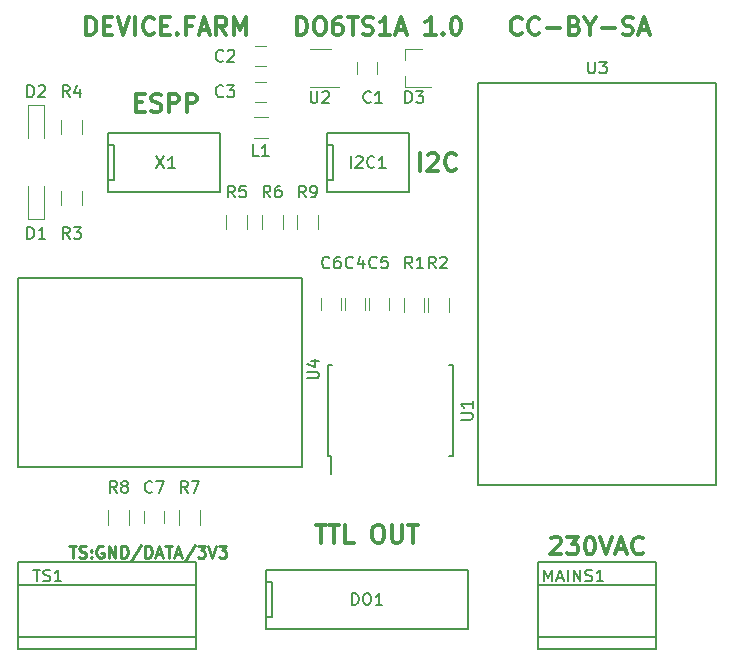
<source format=gbr>
G04 #@! TF.FileFunction,Legend,Top*
%FSLAX46Y46*%
G04 Gerber Fmt 4.6, Leading zero omitted, Abs format (unit mm)*
G04 Created by KiCad (PCBNEW 4.0.7-e2-6376~58~ubuntu16.04.1) date Sat Mar  3 01:45:26 2018*
%MOMM*%
%LPD*%
G01*
G04 APERTURE LIST*
%ADD10C,0.100000*%
%ADD11C,0.300000*%
%ADD12C,0.250000*%
%ADD13C,0.120000*%
%ADD14C,0.150000*%
G04 APERTURE END LIST*
D10*
D11*
X123107144Y-87035714D02*
X123035715Y-87107143D01*
X122821429Y-87178571D01*
X122678572Y-87178571D01*
X122464287Y-87107143D01*
X122321429Y-86964286D01*
X122250001Y-86821429D01*
X122178572Y-86535714D01*
X122178572Y-86321429D01*
X122250001Y-86035714D01*
X122321429Y-85892857D01*
X122464287Y-85750000D01*
X122678572Y-85678571D01*
X122821429Y-85678571D01*
X123035715Y-85750000D01*
X123107144Y-85821429D01*
X124607144Y-87035714D02*
X124535715Y-87107143D01*
X124321429Y-87178571D01*
X124178572Y-87178571D01*
X123964287Y-87107143D01*
X123821429Y-86964286D01*
X123750001Y-86821429D01*
X123678572Y-86535714D01*
X123678572Y-86321429D01*
X123750001Y-86035714D01*
X123821429Y-85892857D01*
X123964287Y-85750000D01*
X124178572Y-85678571D01*
X124321429Y-85678571D01*
X124535715Y-85750000D01*
X124607144Y-85821429D01*
X125250001Y-86607143D02*
X126392858Y-86607143D01*
X127607144Y-86392857D02*
X127821430Y-86464286D01*
X127892858Y-86535714D01*
X127964287Y-86678571D01*
X127964287Y-86892857D01*
X127892858Y-87035714D01*
X127821430Y-87107143D01*
X127678572Y-87178571D01*
X127107144Y-87178571D01*
X127107144Y-85678571D01*
X127607144Y-85678571D01*
X127750001Y-85750000D01*
X127821430Y-85821429D01*
X127892858Y-85964286D01*
X127892858Y-86107143D01*
X127821430Y-86250000D01*
X127750001Y-86321429D01*
X127607144Y-86392857D01*
X127107144Y-86392857D01*
X128892858Y-86464286D02*
X128892858Y-87178571D01*
X128392858Y-85678571D02*
X128892858Y-86464286D01*
X129392858Y-85678571D01*
X129892858Y-86607143D02*
X131035715Y-86607143D01*
X131678572Y-87107143D02*
X131892858Y-87178571D01*
X132250001Y-87178571D01*
X132392858Y-87107143D01*
X132464287Y-87035714D01*
X132535715Y-86892857D01*
X132535715Y-86750000D01*
X132464287Y-86607143D01*
X132392858Y-86535714D01*
X132250001Y-86464286D01*
X131964287Y-86392857D01*
X131821429Y-86321429D01*
X131750001Y-86250000D01*
X131678572Y-86107143D01*
X131678572Y-85964286D01*
X131750001Y-85821429D01*
X131821429Y-85750000D01*
X131964287Y-85678571D01*
X132321429Y-85678571D01*
X132535715Y-85750000D01*
X133107143Y-86750000D02*
X133821429Y-86750000D01*
X132964286Y-87178571D02*
X133464286Y-85678571D01*
X133964286Y-87178571D01*
X104107144Y-87178571D02*
X104107144Y-85678571D01*
X104464287Y-85678571D01*
X104678572Y-85750000D01*
X104821430Y-85892857D01*
X104892858Y-86035714D01*
X104964287Y-86321429D01*
X104964287Y-86535714D01*
X104892858Y-86821429D01*
X104821430Y-86964286D01*
X104678572Y-87107143D01*
X104464287Y-87178571D01*
X104107144Y-87178571D01*
X105892858Y-85678571D02*
X106178572Y-85678571D01*
X106321430Y-85750000D01*
X106464287Y-85892857D01*
X106535715Y-86178571D01*
X106535715Y-86678571D01*
X106464287Y-86964286D01*
X106321430Y-87107143D01*
X106178572Y-87178571D01*
X105892858Y-87178571D01*
X105750001Y-87107143D01*
X105607144Y-86964286D01*
X105535715Y-86678571D01*
X105535715Y-86178571D01*
X105607144Y-85892857D01*
X105750001Y-85750000D01*
X105892858Y-85678571D01*
X107821430Y-85678571D02*
X107535716Y-85678571D01*
X107392859Y-85750000D01*
X107321430Y-85821429D01*
X107178573Y-86035714D01*
X107107144Y-86321429D01*
X107107144Y-86892857D01*
X107178573Y-87035714D01*
X107250001Y-87107143D01*
X107392859Y-87178571D01*
X107678573Y-87178571D01*
X107821430Y-87107143D01*
X107892859Y-87035714D01*
X107964287Y-86892857D01*
X107964287Y-86535714D01*
X107892859Y-86392857D01*
X107821430Y-86321429D01*
X107678573Y-86250000D01*
X107392859Y-86250000D01*
X107250001Y-86321429D01*
X107178573Y-86392857D01*
X107107144Y-86535714D01*
X108392858Y-85678571D02*
X109250001Y-85678571D01*
X108821430Y-87178571D02*
X108821430Y-85678571D01*
X109678572Y-87107143D02*
X109892858Y-87178571D01*
X110250001Y-87178571D01*
X110392858Y-87107143D01*
X110464287Y-87035714D01*
X110535715Y-86892857D01*
X110535715Y-86750000D01*
X110464287Y-86607143D01*
X110392858Y-86535714D01*
X110250001Y-86464286D01*
X109964287Y-86392857D01*
X109821429Y-86321429D01*
X109750001Y-86250000D01*
X109678572Y-86107143D01*
X109678572Y-85964286D01*
X109750001Y-85821429D01*
X109821429Y-85750000D01*
X109964287Y-85678571D01*
X110321429Y-85678571D01*
X110535715Y-85750000D01*
X111964286Y-87178571D02*
X111107143Y-87178571D01*
X111535715Y-87178571D02*
X111535715Y-85678571D01*
X111392858Y-85892857D01*
X111250000Y-86035714D01*
X111107143Y-86107143D01*
X112535714Y-86750000D02*
X113250000Y-86750000D01*
X112392857Y-87178571D02*
X112892857Y-85678571D01*
X113392857Y-87178571D01*
X115821428Y-87178571D02*
X114964285Y-87178571D01*
X115392857Y-87178571D02*
X115392857Y-85678571D01*
X115250000Y-85892857D01*
X115107142Y-86035714D01*
X114964285Y-86107143D01*
X116464285Y-87035714D02*
X116535713Y-87107143D01*
X116464285Y-87178571D01*
X116392856Y-87107143D01*
X116464285Y-87035714D01*
X116464285Y-87178571D01*
X117464285Y-85678571D02*
X117607142Y-85678571D01*
X117749999Y-85750000D01*
X117821428Y-85821429D01*
X117892857Y-85964286D01*
X117964285Y-86250000D01*
X117964285Y-86607143D01*
X117892857Y-86892857D01*
X117821428Y-87035714D01*
X117749999Y-87107143D01*
X117607142Y-87178571D01*
X117464285Y-87178571D01*
X117321428Y-87107143D01*
X117249999Y-87035714D01*
X117178571Y-86892857D01*
X117107142Y-86607143D01*
X117107142Y-86250000D01*
X117178571Y-85964286D01*
X117249999Y-85821429D01*
X117321428Y-85750000D01*
X117464285Y-85678571D01*
X86250000Y-87178571D02*
X86250000Y-85678571D01*
X86607143Y-85678571D01*
X86821428Y-85750000D01*
X86964286Y-85892857D01*
X87035714Y-86035714D01*
X87107143Y-86321429D01*
X87107143Y-86535714D01*
X87035714Y-86821429D01*
X86964286Y-86964286D01*
X86821428Y-87107143D01*
X86607143Y-87178571D01*
X86250000Y-87178571D01*
X87750000Y-86392857D02*
X88250000Y-86392857D01*
X88464286Y-87178571D02*
X87750000Y-87178571D01*
X87750000Y-85678571D01*
X88464286Y-85678571D01*
X88892857Y-85678571D02*
X89392857Y-87178571D01*
X89892857Y-85678571D01*
X90392857Y-87178571D02*
X90392857Y-85678571D01*
X91964286Y-87035714D02*
X91892857Y-87107143D01*
X91678571Y-87178571D01*
X91535714Y-87178571D01*
X91321429Y-87107143D01*
X91178571Y-86964286D01*
X91107143Y-86821429D01*
X91035714Y-86535714D01*
X91035714Y-86321429D01*
X91107143Y-86035714D01*
X91178571Y-85892857D01*
X91321429Y-85750000D01*
X91535714Y-85678571D01*
X91678571Y-85678571D01*
X91892857Y-85750000D01*
X91964286Y-85821429D01*
X92607143Y-86392857D02*
X93107143Y-86392857D01*
X93321429Y-87178571D02*
X92607143Y-87178571D01*
X92607143Y-85678571D01*
X93321429Y-85678571D01*
X93964286Y-87035714D02*
X94035714Y-87107143D01*
X93964286Y-87178571D01*
X93892857Y-87107143D01*
X93964286Y-87035714D01*
X93964286Y-87178571D01*
X95178572Y-86392857D02*
X94678572Y-86392857D01*
X94678572Y-87178571D02*
X94678572Y-85678571D01*
X95392858Y-85678571D01*
X95892857Y-86750000D02*
X96607143Y-86750000D01*
X95750000Y-87178571D02*
X96250000Y-85678571D01*
X96750000Y-87178571D01*
X98107143Y-87178571D02*
X97607143Y-86464286D01*
X97250000Y-87178571D02*
X97250000Y-85678571D01*
X97821428Y-85678571D01*
X97964286Y-85750000D01*
X98035714Y-85821429D01*
X98107143Y-85964286D01*
X98107143Y-86178571D01*
X98035714Y-86321429D01*
X97964286Y-86392857D01*
X97821428Y-86464286D01*
X97250000Y-86464286D01*
X98750000Y-87178571D02*
X98750000Y-85678571D01*
X99250000Y-86750000D01*
X99750000Y-85678571D01*
X99750000Y-87178571D01*
X105678571Y-128678571D02*
X106535714Y-128678571D01*
X106107143Y-130178571D02*
X106107143Y-128678571D01*
X106821428Y-128678571D02*
X107678571Y-128678571D01*
X107250000Y-130178571D02*
X107250000Y-128678571D01*
X108892857Y-130178571D02*
X108178571Y-130178571D01*
X108178571Y-128678571D01*
X110821428Y-128678571D02*
X111107142Y-128678571D01*
X111250000Y-128750000D01*
X111392857Y-128892857D01*
X111464285Y-129178571D01*
X111464285Y-129678571D01*
X111392857Y-129964286D01*
X111250000Y-130107143D01*
X111107142Y-130178571D01*
X110821428Y-130178571D01*
X110678571Y-130107143D01*
X110535714Y-129964286D01*
X110464285Y-129678571D01*
X110464285Y-129178571D01*
X110535714Y-128892857D01*
X110678571Y-128750000D01*
X110821428Y-128678571D01*
X112107143Y-128678571D02*
X112107143Y-129892857D01*
X112178571Y-130035714D01*
X112250000Y-130107143D01*
X112392857Y-130178571D01*
X112678571Y-130178571D01*
X112821429Y-130107143D01*
X112892857Y-130035714D01*
X112964286Y-129892857D01*
X112964286Y-128678571D01*
X113464286Y-128678571D02*
X114321429Y-128678571D01*
X113892858Y-130178571D02*
X113892858Y-128678571D01*
X114535715Y-98678571D02*
X114535715Y-97178571D01*
X115178572Y-97321429D02*
X115250001Y-97250000D01*
X115392858Y-97178571D01*
X115750001Y-97178571D01*
X115892858Y-97250000D01*
X115964287Y-97321429D01*
X116035715Y-97464286D01*
X116035715Y-97607143D01*
X115964287Y-97821429D01*
X115107144Y-98678571D01*
X116035715Y-98678571D01*
X117535715Y-98535714D02*
X117464286Y-98607143D01*
X117250000Y-98678571D01*
X117107143Y-98678571D01*
X116892858Y-98607143D01*
X116750000Y-98464286D01*
X116678572Y-98321429D01*
X116607143Y-98035714D01*
X116607143Y-97821429D01*
X116678572Y-97535714D01*
X116750000Y-97392857D01*
X116892858Y-97250000D01*
X117107143Y-97178571D01*
X117250000Y-97178571D01*
X117464286Y-97250000D01*
X117535715Y-97321429D01*
X90464286Y-92892857D02*
X90964286Y-92892857D01*
X91178572Y-93678571D02*
X90464286Y-93678571D01*
X90464286Y-92178571D01*
X91178572Y-92178571D01*
X91750000Y-93607143D02*
X91964286Y-93678571D01*
X92321429Y-93678571D01*
X92464286Y-93607143D01*
X92535715Y-93535714D01*
X92607143Y-93392857D01*
X92607143Y-93250000D01*
X92535715Y-93107143D01*
X92464286Y-93035714D01*
X92321429Y-92964286D01*
X92035715Y-92892857D01*
X91892857Y-92821429D01*
X91821429Y-92750000D01*
X91750000Y-92607143D01*
X91750000Y-92464286D01*
X91821429Y-92321429D01*
X91892857Y-92250000D01*
X92035715Y-92178571D01*
X92392857Y-92178571D01*
X92607143Y-92250000D01*
X93250000Y-93678571D02*
X93250000Y-92178571D01*
X93821428Y-92178571D01*
X93964286Y-92250000D01*
X94035714Y-92321429D01*
X94107143Y-92464286D01*
X94107143Y-92678571D01*
X94035714Y-92821429D01*
X93964286Y-92892857D01*
X93821428Y-92964286D01*
X93250000Y-92964286D01*
X94750000Y-93678571D02*
X94750000Y-92178571D01*
X95321428Y-92178571D01*
X95464286Y-92250000D01*
X95535714Y-92321429D01*
X95607143Y-92464286D01*
X95607143Y-92678571D01*
X95535714Y-92821429D01*
X95464286Y-92892857D01*
X95321428Y-92964286D01*
X94750000Y-92964286D01*
X125607144Y-129821429D02*
X125678573Y-129750000D01*
X125821430Y-129678571D01*
X126178573Y-129678571D01*
X126321430Y-129750000D01*
X126392859Y-129821429D01*
X126464287Y-129964286D01*
X126464287Y-130107143D01*
X126392859Y-130321429D01*
X125535716Y-131178571D01*
X126464287Y-131178571D01*
X126964287Y-129678571D02*
X127892858Y-129678571D01*
X127392858Y-130250000D01*
X127607144Y-130250000D01*
X127750001Y-130321429D01*
X127821430Y-130392857D01*
X127892858Y-130535714D01*
X127892858Y-130892857D01*
X127821430Y-131035714D01*
X127750001Y-131107143D01*
X127607144Y-131178571D01*
X127178572Y-131178571D01*
X127035715Y-131107143D01*
X126964287Y-131035714D01*
X128821429Y-129678571D02*
X128964286Y-129678571D01*
X129107143Y-129750000D01*
X129178572Y-129821429D01*
X129250001Y-129964286D01*
X129321429Y-130250000D01*
X129321429Y-130607143D01*
X129250001Y-130892857D01*
X129178572Y-131035714D01*
X129107143Y-131107143D01*
X128964286Y-131178571D01*
X128821429Y-131178571D01*
X128678572Y-131107143D01*
X128607143Y-131035714D01*
X128535715Y-130892857D01*
X128464286Y-130607143D01*
X128464286Y-130250000D01*
X128535715Y-129964286D01*
X128607143Y-129821429D01*
X128678572Y-129750000D01*
X128821429Y-129678571D01*
X129750000Y-129678571D02*
X130250000Y-131178571D01*
X130750000Y-129678571D01*
X131178571Y-130750000D02*
X131892857Y-130750000D01*
X131035714Y-131178571D02*
X131535714Y-129678571D01*
X132035714Y-131178571D01*
X133392857Y-131035714D02*
X133321428Y-131107143D01*
X133107142Y-131178571D01*
X132964285Y-131178571D01*
X132750000Y-131107143D01*
X132607142Y-130964286D01*
X132535714Y-130821429D01*
X132464285Y-130535714D01*
X132464285Y-130321429D01*
X132535714Y-130035714D01*
X132607142Y-129892857D01*
X132750000Y-129750000D01*
X132964285Y-129678571D01*
X133107142Y-129678571D01*
X133321428Y-129750000D01*
X133392857Y-129821429D01*
D12*
X84809524Y-130452381D02*
X85380953Y-130452381D01*
X85095238Y-131452381D02*
X85095238Y-130452381D01*
X85666667Y-131404762D02*
X85809524Y-131452381D01*
X86047620Y-131452381D01*
X86142858Y-131404762D01*
X86190477Y-131357143D01*
X86238096Y-131261905D01*
X86238096Y-131166667D01*
X86190477Y-131071429D01*
X86142858Y-131023810D01*
X86047620Y-130976190D01*
X85857143Y-130928571D01*
X85761905Y-130880952D01*
X85714286Y-130833333D01*
X85666667Y-130738095D01*
X85666667Y-130642857D01*
X85714286Y-130547619D01*
X85761905Y-130500000D01*
X85857143Y-130452381D01*
X86095239Y-130452381D01*
X86238096Y-130500000D01*
X86666667Y-131357143D02*
X86714286Y-131404762D01*
X86666667Y-131452381D01*
X86619048Y-131404762D01*
X86666667Y-131357143D01*
X86666667Y-131452381D01*
X86666667Y-130833333D02*
X86714286Y-130880952D01*
X86666667Y-130928571D01*
X86619048Y-130880952D01*
X86666667Y-130833333D01*
X86666667Y-130928571D01*
X87666667Y-130500000D02*
X87571429Y-130452381D01*
X87428572Y-130452381D01*
X87285714Y-130500000D01*
X87190476Y-130595238D01*
X87142857Y-130690476D01*
X87095238Y-130880952D01*
X87095238Y-131023810D01*
X87142857Y-131214286D01*
X87190476Y-131309524D01*
X87285714Y-131404762D01*
X87428572Y-131452381D01*
X87523810Y-131452381D01*
X87666667Y-131404762D01*
X87714286Y-131357143D01*
X87714286Y-131023810D01*
X87523810Y-131023810D01*
X88142857Y-131452381D02*
X88142857Y-130452381D01*
X88714286Y-131452381D01*
X88714286Y-130452381D01*
X89190476Y-131452381D02*
X89190476Y-130452381D01*
X89428571Y-130452381D01*
X89571429Y-130500000D01*
X89666667Y-130595238D01*
X89714286Y-130690476D01*
X89761905Y-130880952D01*
X89761905Y-131023810D01*
X89714286Y-131214286D01*
X89666667Y-131309524D01*
X89571429Y-131404762D01*
X89428571Y-131452381D01*
X89190476Y-131452381D01*
X90904762Y-130404762D02*
X90047619Y-131690476D01*
X91238095Y-131452381D02*
X91238095Y-130452381D01*
X91476190Y-130452381D01*
X91619048Y-130500000D01*
X91714286Y-130595238D01*
X91761905Y-130690476D01*
X91809524Y-130880952D01*
X91809524Y-131023810D01*
X91761905Y-131214286D01*
X91714286Y-131309524D01*
X91619048Y-131404762D01*
X91476190Y-131452381D01*
X91238095Y-131452381D01*
X92190476Y-131166667D02*
X92666667Y-131166667D01*
X92095238Y-131452381D02*
X92428571Y-130452381D01*
X92761905Y-131452381D01*
X92952381Y-130452381D02*
X93523810Y-130452381D01*
X93238095Y-131452381D02*
X93238095Y-130452381D01*
X93809524Y-131166667D02*
X94285715Y-131166667D01*
X93714286Y-131452381D02*
X94047619Y-130452381D01*
X94380953Y-131452381D01*
X95428572Y-130404762D02*
X94571429Y-131690476D01*
X95666667Y-130452381D02*
X96285715Y-130452381D01*
X95952381Y-130833333D01*
X96095239Y-130833333D01*
X96190477Y-130880952D01*
X96238096Y-130928571D01*
X96285715Y-131023810D01*
X96285715Y-131261905D01*
X96238096Y-131357143D01*
X96190477Y-131404762D01*
X96095239Y-131452381D01*
X95809524Y-131452381D01*
X95714286Y-131404762D01*
X95666667Y-131357143D01*
X96571429Y-130452381D02*
X96904762Y-131452381D01*
X97238096Y-130452381D01*
X97476191Y-130452381D02*
X98095239Y-130452381D01*
X97761905Y-130833333D01*
X97904763Y-130833333D01*
X98000001Y-130880952D01*
X98047620Y-130928571D01*
X98095239Y-131023810D01*
X98095239Y-131261905D01*
X98047620Y-131357143D01*
X98000001Y-131404762D01*
X97904763Y-131452381D01*
X97619048Y-131452381D01*
X97523810Y-131404762D01*
X97476191Y-131357143D01*
D13*
X110850000Y-90500000D02*
X110850000Y-89500000D01*
X109150000Y-89500000D02*
X109150000Y-90500000D01*
X100500000Y-89850000D02*
X101500000Y-89850000D01*
X101500000Y-88150000D02*
X100500000Y-88150000D01*
X100500000Y-92850000D02*
X101500000Y-92850000D01*
X101500000Y-91150000D02*
X100500000Y-91150000D01*
X106150000Y-109500000D02*
X106150000Y-110500000D01*
X107850000Y-110500000D02*
X107850000Y-109500000D01*
X91150000Y-127500000D02*
X91150000Y-128500000D01*
X92850000Y-128500000D02*
X92850000Y-127500000D01*
X108150000Y-109500000D02*
X108150000Y-110500000D01*
X109850000Y-110500000D02*
X109850000Y-109500000D01*
X110150000Y-109500000D02*
X110150000Y-110500000D01*
X111850000Y-110500000D02*
X111850000Y-109500000D01*
X113240000Y-88420000D02*
X113240000Y-89350000D01*
X113240000Y-91580000D02*
X113240000Y-90650000D01*
X113240000Y-91580000D02*
X115400000Y-91580000D01*
X113240000Y-88420000D02*
X114700000Y-88420000D01*
X81300000Y-102800000D02*
X82700000Y-102800000D01*
X82700000Y-102800000D02*
X82700000Y-100000000D01*
X81300000Y-102800000D02*
X81300000Y-100000000D01*
X82700000Y-93100000D02*
X81300000Y-93100000D01*
X81300000Y-93100000D02*
X81300000Y-95900000D01*
X82700000Y-93100000D02*
X82700000Y-95900000D01*
D14*
X101440000Y-132500000D02*
X118560000Y-132500000D01*
X101440000Y-137500000D02*
X118560000Y-137500000D01*
X101440000Y-132500000D02*
X101440000Y-137500000D01*
X118560000Y-132500000D02*
X118560000Y-137500000D01*
X101440000Y-133500000D02*
X101940000Y-133500000D01*
X101940000Y-133500000D02*
X101940000Y-136500000D01*
X101440000Y-136500000D02*
X101940000Y-136500000D01*
X106615000Y-95500000D02*
X113575000Y-95500000D01*
X106615000Y-100500000D02*
X113575000Y-100500000D01*
X106615000Y-95500000D02*
X106615000Y-100500000D01*
X113575000Y-95500000D02*
X113575000Y-100500000D01*
X106615000Y-96500000D02*
X107115000Y-96500000D01*
X107115000Y-96500000D02*
X107115000Y-99500000D01*
X106615000Y-99500000D02*
X107115000Y-99500000D01*
D13*
X101650000Y-95880000D02*
X100450000Y-95880000D01*
X100450000Y-94120000D02*
X101650000Y-94120000D01*
D14*
X124500000Y-138200000D02*
X134500000Y-138200000D01*
X124500000Y-133800000D02*
X134500000Y-133800000D01*
X124500000Y-139200000D02*
X124500000Y-131800000D01*
X134500000Y-139200000D02*
X124500000Y-139200000D01*
X134500000Y-131800000D02*
X134500000Y-139200000D01*
X124500000Y-131800000D02*
X134500000Y-131800000D01*
D13*
X113120000Y-110650000D02*
X113120000Y-109450000D01*
X114880000Y-109450000D02*
X114880000Y-110650000D01*
X84120000Y-101600000D02*
X84120000Y-100400000D01*
X85880000Y-100400000D02*
X85880000Y-101600000D01*
X116930000Y-109450000D02*
X116930000Y-110650000D01*
X115170000Y-110650000D02*
X115170000Y-109450000D01*
X85880000Y-94400000D02*
X85880000Y-95600000D01*
X84120000Y-95600000D02*
X84120000Y-94400000D01*
X99880000Y-102450000D02*
X99880000Y-103650000D01*
X98120000Y-103650000D02*
X98120000Y-102450000D01*
X102880000Y-102450000D02*
X102880000Y-103650000D01*
X101120000Y-103650000D02*
X101120000Y-102450000D01*
X94120000Y-128650000D02*
X94120000Y-127450000D01*
X95880000Y-127450000D02*
X95880000Y-128650000D01*
X88120000Y-128650000D02*
X88120000Y-127450000D01*
X89880000Y-127450000D02*
X89880000Y-128650000D01*
X105880000Y-102450000D02*
X105880000Y-103650000D01*
X104120000Y-103650000D02*
X104120000Y-102450000D01*
D14*
X80500000Y-138200000D02*
X95500000Y-138200000D01*
X80500000Y-133800000D02*
X95500000Y-133800000D01*
X80500000Y-139200000D02*
X80500000Y-131800000D01*
X95500000Y-139200000D02*
X80500000Y-139200000D01*
X95500000Y-131800000D02*
X95500000Y-139200000D01*
X80500000Y-131800000D02*
X95500000Y-131800000D01*
D13*
X107000000Y-88340000D02*
X105200000Y-88340000D01*
X105200000Y-91560000D02*
X107650000Y-91560000D01*
D14*
X139600000Y-125300000D02*
X119400000Y-125300000D01*
X139600000Y-91300000D02*
X139600000Y-125300000D01*
X119400000Y-91300000D02*
X139600000Y-91300000D01*
X119400000Y-125300000D02*
X119400000Y-91300000D01*
X106675000Y-122875000D02*
X106950000Y-122875000D01*
X106675000Y-115125000D02*
X107030000Y-115125000D01*
X117325000Y-115125000D02*
X116970000Y-115125000D01*
X117325000Y-122875000D02*
X116970000Y-122875000D01*
X106675000Y-122875000D02*
X106675000Y-115125000D01*
X117325000Y-122875000D02*
X117325000Y-115125000D01*
X106950000Y-122875000D02*
X106950000Y-124400000D01*
X80500000Y-107750000D02*
X104500000Y-107750000D01*
X80500000Y-123750000D02*
X80500000Y-107750000D01*
X104500000Y-123750000D02*
X80500000Y-123750000D01*
X104500000Y-107750000D02*
X104500000Y-123750000D01*
X88075000Y-95500000D02*
X97575000Y-95500000D01*
X88075000Y-100500000D02*
X97575000Y-100500000D01*
X88075000Y-95500000D02*
X88075000Y-100500000D01*
X97575000Y-95500000D02*
X97575000Y-100500000D01*
X88075000Y-96500000D02*
X88575000Y-96500000D01*
X88575000Y-96500000D02*
X88575000Y-99500000D01*
X88075000Y-99500000D02*
X88575000Y-99500000D01*
X110333334Y-92857143D02*
X110285715Y-92904762D01*
X110142858Y-92952381D01*
X110047620Y-92952381D01*
X109904762Y-92904762D01*
X109809524Y-92809524D01*
X109761905Y-92714286D01*
X109714286Y-92523810D01*
X109714286Y-92380952D01*
X109761905Y-92190476D01*
X109809524Y-92095238D01*
X109904762Y-92000000D01*
X110047620Y-91952381D01*
X110142858Y-91952381D01*
X110285715Y-92000000D01*
X110333334Y-92047619D01*
X111285715Y-92952381D02*
X110714286Y-92952381D01*
X111000000Y-92952381D02*
X111000000Y-91952381D01*
X110904762Y-92095238D01*
X110809524Y-92190476D01*
X110714286Y-92238095D01*
X97833334Y-89357143D02*
X97785715Y-89404762D01*
X97642858Y-89452381D01*
X97547620Y-89452381D01*
X97404762Y-89404762D01*
X97309524Y-89309524D01*
X97261905Y-89214286D01*
X97214286Y-89023810D01*
X97214286Y-88880952D01*
X97261905Y-88690476D01*
X97309524Y-88595238D01*
X97404762Y-88500000D01*
X97547620Y-88452381D01*
X97642858Y-88452381D01*
X97785715Y-88500000D01*
X97833334Y-88547619D01*
X98214286Y-88547619D02*
X98261905Y-88500000D01*
X98357143Y-88452381D01*
X98595239Y-88452381D01*
X98690477Y-88500000D01*
X98738096Y-88547619D01*
X98785715Y-88642857D01*
X98785715Y-88738095D01*
X98738096Y-88880952D01*
X98166667Y-89452381D01*
X98785715Y-89452381D01*
X97833334Y-92357143D02*
X97785715Y-92404762D01*
X97642858Y-92452381D01*
X97547620Y-92452381D01*
X97404762Y-92404762D01*
X97309524Y-92309524D01*
X97261905Y-92214286D01*
X97214286Y-92023810D01*
X97214286Y-91880952D01*
X97261905Y-91690476D01*
X97309524Y-91595238D01*
X97404762Y-91500000D01*
X97547620Y-91452381D01*
X97642858Y-91452381D01*
X97785715Y-91500000D01*
X97833334Y-91547619D01*
X98166667Y-91452381D02*
X98785715Y-91452381D01*
X98452381Y-91833333D01*
X98595239Y-91833333D01*
X98690477Y-91880952D01*
X98738096Y-91928571D01*
X98785715Y-92023810D01*
X98785715Y-92261905D01*
X98738096Y-92357143D01*
X98690477Y-92404762D01*
X98595239Y-92452381D01*
X98309524Y-92452381D01*
X98214286Y-92404762D01*
X98166667Y-92357143D01*
X106833334Y-106857143D02*
X106785715Y-106904762D01*
X106642858Y-106952381D01*
X106547620Y-106952381D01*
X106404762Y-106904762D01*
X106309524Y-106809524D01*
X106261905Y-106714286D01*
X106214286Y-106523810D01*
X106214286Y-106380952D01*
X106261905Y-106190476D01*
X106309524Y-106095238D01*
X106404762Y-106000000D01*
X106547620Y-105952381D01*
X106642858Y-105952381D01*
X106785715Y-106000000D01*
X106833334Y-106047619D01*
X107690477Y-105952381D02*
X107500000Y-105952381D01*
X107404762Y-106000000D01*
X107357143Y-106047619D01*
X107261905Y-106190476D01*
X107214286Y-106380952D01*
X107214286Y-106761905D01*
X107261905Y-106857143D01*
X107309524Y-106904762D01*
X107404762Y-106952381D01*
X107595239Y-106952381D01*
X107690477Y-106904762D01*
X107738096Y-106857143D01*
X107785715Y-106761905D01*
X107785715Y-106523810D01*
X107738096Y-106428571D01*
X107690477Y-106380952D01*
X107595239Y-106333333D01*
X107404762Y-106333333D01*
X107309524Y-106380952D01*
X107261905Y-106428571D01*
X107214286Y-106523810D01*
X91833334Y-125857143D02*
X91785715Y-125904762D01*
X91642858Y-125952381D01*
X91547620Y-125952381D01*
X91404762Y-125904762D01*
X91309524Y-125809524D01*
X91261905Y-125714286D01*
X91214286Y-125523810D01*
X91214286Y-125380952D01*
X91261905Y-125190476D01*
X91309524Y-125095238D01*
X91404762Y-125000000D01*
X91547620Y-124952381D01*
X91642858Y-124952381D01*
X91785715Y-125000000D01*
X91833334Y-125047619D01*
X92166667Y-124952381D02*
X92833334Y-124952381D01*
X92404762Y-125952381D01*
X108833334Y-106857143D02*
X108785715Y-106904762D01*
X108642858Y-106952381D01*
X108547620Y-106952381D01*
X108404762Y-106904762D01*
X108309524Y-106809524D01*
X108261905Y-106714286D01*
X108214286Y-106523810D01*
X108214286Y-106380952D01*
X108261905Y-106190476D01*
X108309524Y-106095238D01*
X108404762Y-106000000D01*
X108547620Y-105952381D01*
X108642858Y-105952381D01*
X108785715Y-106000000D01*
X108833334Y-106047619D01*
X109690477Y-106285714D02*
X109690477Y-106952381D01*
X109452381Y-105904762D02*
X109214286Y-106619048D01*
X109833334Y-106619048D01*
X110833334Y-106857143D02*
X110785715Y-106904762D01*
X110642858Y-106952381D01*
X110547620Y-106952381D01*
X110404762Y-106904762D01*
X110309524Y-106809524D01*
X110261905Y-106714286D01*
X110214286Y-106523810D01*
X110214286Y-106380952D01*
X110261905Y-106190476D01*
X110309524Y-106095238D01*
X110404762Y-106000000D01*
X110547620Y-105952381D01*
X110642858Y-105952381D01*
X110785715Y-106000000D01*
X110833334Y-106047619D01*
X111738096Y-105952381D02*
X111261905Y-105952381D01*
X111214286Y-106428571D01*
X111261905Y-106380952D01*
X111357143Y-106333333D01*
X111595239Y-106333333D01*
X111690477Y-106380952D01*
X111738096Y-106428571D01*
X111785715Y-106523810D01*
X111785715Y-106761905D01*
X111738096Y-106857143D01*
X111690477Y-106904762D01*
X111595239Y-106952381D01*
X111357143Y-106952381D01*
X111261905Y-106904762D01*
X111214286Y-106857143D01*
X113261905Y-92952381D02*
X113261905Y-91952381D01*
X113500000Y-91952381D01*
X113642858Y-92000000D01*
X113738096Y-92095238D01*
X113785715Y-92190476D01*
X113833334Y-92380952D01*
X113833334Y-92523810D01*
X113785715Y-92714286D01*
X113738096Y-92809524D01*
X113642858Y-92904762D01*
X113500000Y-92952381D01*
X113261905Y-92952381D01*
X114166667Y-91952381D02*
X114785715Y-91952381D01*
X114452381Y-92333333D01*
X114595239Y-92333333D01*
X114690477Y-92380952D01*
X114738096Y-92428571D01*
X114785715Y-92523810D01*
X114785715Y-92761905D01*
X114738096Y-92857143D01*
X114690477Y-92904762D01*
X114595239Y-92952381D01*
X114309524Y-92952381D01*
X114214286Y-92904762D01*
X114166667Y-92857143D01*
X81261905Y-104452381D02*
X81261905Y-103452381D01*
X81500000Y-103452381D01*
X81642858Y-103500000D01*
X81738096Y-103595238D01*
X81785715Y-103690476D01*
X81833334Y-103880952D01*
X81833334Y-104023810D01*
X81785715Y-104214286D01*
X81738096Y-104309524D01*
X81642858Y-104404762D01*
X81500000Y-104452381D01*
X81261905Y-104452381D01*
X82785715Y-104452381D02*
X82214286Y-104452381D01*
X82500000Y-104452381D02*
X82500000Y-103452381D01*
X82404762Y-103595238D01*
X82309524Y-103690476D01*
X82214286Y-103738095D01*
X81261905Y-92452381D02*
X81261905Y-91452381D01*
X81500000Y-91452381D01*
X81642858Y-91500000D01*
X81738096Y-91595238D01*
X81785715Y-91690476D01*
X81833334Y-91880952D01*
X81833334Y-92023810D01*
X81785715Y-92214286D01*
X81738096Y-92309524D01*
X81642858Y-92404762D01*
X81500000Y-92452381D01*
X81261905Y-92452381D01*
X82214286Y-91547619D02*
X82261905Y-91500000D01*
X82357143Y-91452381D01*
X82595239Y-91452381D01*
X82690477Y-91500000D01*
X82738096Y-91547619D01*
X82785715Y-91642857D01*
X82785715Y-91738095D01*
X82738096Y-91880952D01*
X82166667Y-92452381D01*
X82785715Y-92452381D01*
X108738095Y-135452381D02*
X108738095Y-134452381D01*
X108976190Y-134452381D01*
X109119048Y-134500000D01*
X109214286Y-134595238D01*
X109261905Y-134690476D01*
X109309524Y-134880952D01*
X109309524Y-135023810D01*
X109261905Y-135214286D01*
X109214286Y-135309524D01*
X109119048Y-135404762D01*
X108976190Y-135452381D01*
X108738095Y-135452381D01*
X109928571Y-134452381D02*
X110119048Y-134452381D01*
X110214286Y-134500000D01*
X110309524Y-134595238D01*
X110357143Y-134785714D01*
X110357143Y-135119048D01*
X110309524Y-135309524D01*
X110214286Y-135404762D01*
X110119048Y-135452381D01*
X109928571Y-135452381D01*
X109833333Y-135404762D01*
X109738095Y-135309524D01*
X109690476Y-135119048D01*
X109690476Y-134785714D01*
X109738095Y-134595238D01*
X109833333Y-134500000D01*
X109928571Y-134452381D01*
X111309524Y-135452381D02*
X110738095Y-135452381D01*
X111023809Y-135452381D02*
X111023809Y-134452381D01*
X110928571Y-134595238D01*
X110833333Y-134690476D01*
X110738095Y-134738095D01*
X108642619Y-98452381D02*
X108642619Y-97452381D01*
X109071190Y-97547619D02*
X109118809Y-97500000D01*
X109214047Y-97452381D01*
X109452143Y-97452381D01*
X109547381Y-97500000D01*
X109595000Y-97547619D01*
X109642619Y-97642857D01*
X109642619Y-97738095D01*
X109595000Y-97880952D01*
X109023571Y-98452381D01*
X109642619Y-98452381D01*
X110642619Y-98357143D02*
X110595000Y-98404762D01*
X110452143Y-98452381D01*
X110356905Y-98452381D01*
X110214047Y-98404762D01*
X110118809Y-98309524D01*
X110071190Y-98214286D01*
X110023571Y-98023810D01*
X110023571Y-97880952D01*
X110071190Y-97690476D01*
X110118809Y-97595238D01*
X110214047Y-97500000D01*
X110356905Y-97452381D01*
X110452143Y-97452381D01*
X110595000Y-97500000D01*
X110642619Y-97547619D01*
X111595000Y-98452381D02*
X111023571Y-98452381D01*
X111309285Y-98452381D02*
X111309285Y-97452381D01*
X111214047Y-97595238D01*
X111118809Y-97690476D01*
X111023571Y-97738095D01*
X100833334Y-97452381D02*
X100357143Y-97452381D01*
X100357143Y-96452381D01*
X101690477Y-97452381D02*
X101119048Y-97452381D01*
X101404762Y-97452381D02*
X101404762Y-96452381D01*
X101309524Y-96595238D01*
X101214286Y-96690476D01*
X101119048Y-96738095D01*
X125023810Y-133452381D02*
X125023810Y-132452381D01*
X125357144Y-133166667D01*
X125690477Y-132452381D01*
X125690477Y-133452381D01*
X126119048Y-133166667D02*
X126595239Y-133166667D01*
X126023810Y-133452381D02*
X126357143Y-132452381D01*
X126690477Y-133452381D01*
X127023810Y-133452381D02*
X127023810Y-132452381D01*
X127500000Y-133452381D02*
X127500000Y-132452381D01*
X128071429Y-133452381D01*
X128071429Y-132452381D01*
X128500000Y-133404762D02*
X128642857Y-133452381D01*
X128880953Y-133452381D01*
X128976191Y-133404762D01*
X129023810Y-133357143D01*
X129071429Y-133261905D01*
X129071429Y-133166667D01*
X129023810Y-133071429D01*
X128976191Y-133023810D01*
X128880953Y-132976190D01*
X128690476Y-132928571D01*
X128595238Y-132880952D01*
X128547619Y-132833333D01*
X128500000Y-132738095D01*
X128500000Y-132642857D01*
X128547619Y-132547619D01*
X128595238Y-132500000D01*
X128690476Y-132452381D01*
X128928572Y-132452381D01*
X129071429Y-132500000D01*
X130023810Y-133452381D02*
X129452381Y-133452381D01*
X129738095Y-133452381D02*
X129738095Y-132452381D01*
X129642857Y-132595238D01*
X129547619Y-132690476D01*
X129452381Y-132738095D01*
X113833334Y-106952381D02*
X113500000Y-106476190D01*
X113261905Y-106952381D02*
X113261905Y-105952381D01*
X113642858Y-105952381D01*
X113738096Y-106000000D01*
X113785715Y-106047619D01*
X113833334Y-106142857D01*
X113833334Y-106285714D01*
X113785715Y-106380952D01*
X113738096Y-106428571D01*
X113642858Y-106476190D01*
X113261905Y-106476190D01*
X114785715Y-106952381D02*
X114214286Y-106952381D01*
X114500000Y-106952381D02*
X114500000Y-105952381D01*
X114404762Y-106095238D01*
X114309524Y-106190476D01*
X114214286Y-106238095D01*
X84833334Y-104452381D02*
X84500000Y-103976190D01*
X84261905Y-104452381D02*
X84261905Y-103452381D01*
X84642858Y-103452381D01*
X84738096Y-103500000D01*
X84785715Y-103547619D01*
X84833334Y-103642857D01*
X84833334Y-103785714D01*
X84785715Y-103880952D01*
X84738096Y-103928571D01*
X84642858Y-103976190D01*
X84261905Y-103976190D01*
X85166667Y-103452381D02*
X85785715Y-103452381D01*
X85452381Y-103833333D01*
X85595239Y-103833333D01*
X85690477Y-103880952D01*
X85738096Y-103928571D01*
X85785715Y-104023810D01*
X85785715Y-104261905D01*
X85738096Y-104357143D01*
X85690477Y-104404762D01*
X85595239Y-104452381D01*
X85309524Y-104452381D01*
X85214286Y-104404762D01*
X85166667Y-104357143D01*
X115833334Y-106952381D02*
X115500000Y-106476190D01*
X115261905Y-106952381D02*
X115261905Y-105952381D01*
X115642858Y-105952381D01*
X115738096Y-106000000D01*
X115785715Y-106047619D01*
X115833334Y-106142857D01*
X115833334Y-106285714D01*
X115785715Y-106380952D01*
X115738096Y-106428571D01*
X115642858Y-106476190D01*
X115261905Y-106476190D01*
X116214286Y-106047619D02*
X116261905Y-106000000D01*
X116357143Y-105952381D01*
X116595239Y-105952381D01*
X116690477Y-106000000D01*
X116738096Y-106047619D01*
X116785715Y-106142857D01*
X116785715Y-106238095D01*
X116738096Y-106380952D01*
X116166667Y-106952381D01*
X116785715Y-106952381D01*
X84833334Y-92452381D02*
X84500000Y-91976190D01*
X84261905Y-92452381D02*
X84261905Y-91452381D01*
X84642858Y-91452381D01*
X84738096Y-91500000D01*
X84785715Y-91547619D01*
X84833334Y-91642857D01*
X84833334Y-91785714D01*
X84785715Y-91880952D01*
X84738096Y-91928571D01*
X84642858Y-91976190D01*
X84261905Y-91976190D01*
X85690477Y-91785714D02*
X85690477Y-92452381D01*
X85452381Y-91404762D02*
X85214286Y-92119048D01*
X85833334Y-92119048D01*
X98833334Y-100952381D02*
X98500000Y-100476190D01*
X98261905Y-100952381D02*
X98261905Y-99952381D01*
X98642858Y-99952381D01*
X98738096Y-100000000D01*
X98785715Y-100047619D01*
X98833334Y-100142857D01*
X98833334Y-100285714D01*
X98785715Y-100380952D01*
X98738096Y-100428571D01*
X98642858Y-100476190D01*
X98261905Y-100476190D01*
X99738096Y-99952381D02*
X99261905Y-99952381D01*
X99214286Y-100428571D01*
X99261905Y-100380952D01*
X99357143Y-100333333D01*
X99595239Y-100333333D01*
X99690477Y-100380952D01*
X99738096Y-100428571D01*
X99785715Y-100523810D01*
X99785715Y-100761905D01*
X99738096Y-100857143D01*
X99690477Y-100904762D01*
X99595239Y-100952381D01*
X99357143Y-100952381D01*
X99261905Y-100904762D01*
X99214286Y-100857143D01*
X101833334Y-100952381D02*
X101500000Y-100476190D01*
X101261905Y-100952381D02*
X101261905Y-99952381D01*
X101642858Y-99952381D01*
X101738096Y-100000000D01*
X101785715Y-100047619D01*
X101833334Y-100142857D01*
X101833334Y-100285714D01*
X101785715Y-100380952D01*
X101738096Y-100428571D01*
X101642858Y-100476190D01*
X101261905Y-100476190D01*
X102690477Y-99952381D02*
X102500000Y-99952381D01*
X102404762Y-100000000D01*
X102357143Y-100047619D01*
X102261905Y-100190476D01*
X102214286Y-100380952D01*
X102214286Y-100761905D01*
X102261905Y-100857143D01*
X102309524Y-100904762D01*
X102404762Y-100952381D01*
X102595239Y-100952381D01*
X102690477Y-100904762D01*
X102738096Y-100857143D01*
X102785715Y-100761905D01*
X102785715Y-100523810D01*
X102738096Y-100428571D01*
X102690477Y-100380952D01*
X102595239Y-100333333D01*
X102404762Y-100333333D01*
X102309524Y-100380952D01*
X102261905Y-100428571D01*
X102214286Y-100523810D01*
X94833334Y-125952381D02*
X94500000Y-125476190D01*
X94261905Y-125952381D02*
X94261905Y-124952381D01*
X94642858Y-124952381D01*
X94738096Y-125000000D01*
X94785715Y-125047619D01*
X94833334Y-125142857D01*
X94833334Y-125285714D01*
X94785715Y-125380952D01*
X94738096Y-125428571D01*
X94642858Y-125476190D01*
X94261905Y-125476190D01*
X95166667Y-124952381D02*
X95833334Y-124952381D01*
X95404762Y-125952381D01*
X88833334Y-125952381D02*
X88500000Y-125476190D01*
X88261905Y-125952381D02*
X88261905Y-124952381D01*
X88642858Y-124952381D01*
X88738096Y-125000000D01*
X88785715Y-125047619D01*
X88833334Y-125142857D01*
X88833334Y-125285714D01*
X88785715Y-125380952D01*
X88738096Y-125428571D01*
X88642858Y-125476190D01*
X88261905Y-125476190D01*
X89404762Y-125380952D02*
X89309524Y-125333333D01*
X89261905Y-125285714D01*
X89214286Y-125190476D01*
X89214286Y-125142857D01*
X89261905Y-125047619D01*
X89309524Y-125000000D01*
X89404762Y-124952381D01*
X89595239Y-124952381D01*
X89690477Y-125000000D01*
X89738096Y-125047619D01*
X89785715Y-125142857D01*
X89785715Y-125190476D01*
X89738096Y-125285714D01*
X89690477Y-125333333D01*
X89595239Y-125380952D01*
X89404762Y-125380952D01*
X89309524Y-125428571D01*
X89261905Y-125476190D01*
X89214286Y-125571429D01*
X89214286Y-125761905D01*
X89261905Y-125857143D01*
X89309524Y-125904762D01*
X89404762Y-125952381D01*
X89595239Y-125952381D01*
X89690477Y-125904762D01*
X89738096Y-125857143D01*
X89785715Y-125761905D01*
X89785715Y-125571429D01*
X89738096Y-125476190D01*
X89690477Y-125428571D01*
X89595239Y-125380952D01*
X104833334Y-100952381D02*
X104500000Y-100476190D01*
X104261905Y-100952381D02*
X104261905Y-99952381D01*
X104642858Y-99952381D01*
X104738096Y-100000000D01*
X104785715Y-100047619D01*
X104833334Y-100142857D01*
X104833334Y-100285714D01*
X104785715Y-100380952D01*
X104738096Y-100428571D01*
X104642858Y-100476190D01*
X104261905Y-100476190D01*
X105309524Y-100952381D02*
X105500000Y-100952381D01*
X105595239Y-100904762D01*
X105642858Y-100857143D01*
X105738096Y-100714286D01*
X105785715Y-100523810D01*
X105785715Y-100142857D01*
X105738096Y-100047619D01*
X105690477Y-100000000D01*
X105595239Y-99952381D01*
X105404762Y-99952381D01*
X105309524Y-100000000D01*
X105261905Y-100047619D01*
X105214286Y-100142857D01*
X105214286Y-100380952D01*
X105261905Y-100476190D01*
X105309524Y-100523810D01*
X105404762Y-100571429D01*
X105595239Y-100571429D01*
X105690477Y-100523810D01*
X105738096Y-100476190D01*
X105785715Y-100380952D01*
X81761905Y-132452381D02*
X82333334Y-132452381D01*
X82047619Y-133452381D02*
X82047619Y-132452381D01*
X82619048Y-133404762D02*
X82761905Y-133452381D01*
X83000001Y-133452381D01*
X83095239Y-133404762D01*
X83142858Y-133357143D01*
X83190477Y-133261905D01*
X83190477Y-133166667D01*
X83142858Y-133071429D01*
X83095239Y-133023810D01*
X83000001Y-132976190D01*
X82809524Y-132928571D01*
X82714286Y-132880952D01*
X82666667Y-132833333D01*
X82619048Y-132738095D01*
X82619048Y-132642857D01*
X82666667Y-132547619D01*
X82714286Y-132500000D01*
X82809524Y-132452381D01*
X83047620Y-132452381D01*
X83190477Y-132500000D01*
X84142858Y-133452381D02*
X83571429Y-133452381D01*
X83857143Y-133452381D02*
X83857143Y-132452381D01*
X83761905Y-132595238D01*
X83666667Y-132690476D01*
X83571429Y-132738095D01*
X105238095Y-91952381D02*
X105238095Y-92761905D01*
X105285714Y-92857143D01*
X105333333Y-92904762D01*
X105428571Y-92952381D01*
X105619048Y-92952381D01*
X105714286Y-92904762D01*
X105761905Y-92857143D01*
X105809524Y-92761905D01*
X105809524Y-91952381D01*
X106238095Y-92047619D02*
X106285714Y-92000000D01*
X106380952Y-91952381D01*
X106619048Y-91952381D01*
X106714286Y-92000000D01*
X106761905Y-92047619D01*
X106809524Y-92142857D01*
X106809524Y-92238095D01*
X106761905Y-92380952D01*
X106190476Y-92952381D01*
X106809524Y-92952381D01*
X128738095Y-89452381D02*
X128738095Y-90261905D01*
X128785714Y-90357143D01*
X128833333Y-90404762D01*
X128928571Y-90452381D01*
X129119048Y-90452381D01*
X129214286Y-90404762D01*
X129261905Y-90357143D01*
X129309524Y-90261905D01*
X129309524Y-89452381D01*
X129690476Y-89452381D02*
X130309524Y-89452381D01*
X129976190Y-89833333D01*
X130119048Y-89833333D01*
X130214286Y-89880952D01*
X130261905Y-89928571D01*
X130309524Y-90023810D01*
X130309524Y-90261905D01*
X130261905Y-90357143D01*
X130214286Y-90404762D01*
X130119048Y-90452381D01*
X129833333Y-90452381D01*
X129738095Y-90404762D01*
X129690476Y-90357143D01*
X117952381Y-119761905D02*
X118761905Y-119761905D01*
X118857143Y-119714286D01*
X118904762Y-119666667D01*
X118952381Y-119571429D01*
X118952381Y-119380952D01*
X118904762Y-119285714D01*
X118857143Y-119238095D01*
X118761905Y-119190476D01*
X117952381Y-119190476D01*
X118952381Y-118190476D02*
X118952381Y-118761905D01*
X118952381Y-118476191D02*
X117952381Y-118476191D01*
X118095238Y-118571429D01*
X118190476Y-118666667D01*
X118238095Y-118761905D01*
X104952381Y-116261905D02*
X105761905Y-116261905D01*
X105857143Y-116214286D01*
X105904762Y-116166667D01*
X105952381Y-116071429D01*
X105952381Y-115880952D01*
X105904762Y-115785714D01*
X105857143Y-115738095D01*
X105761905Y-115690476D01*
X104952381Y-115690476D01*
X105285714Y-114785714D02*
X105952381Y-114785714D01*
X104904762Y-115023810D02*
X105619048Y-115261905D01*
X105619048Y-114642857D01*
X92190476Y-97452381D02*
X92857143Y-98452381D01*
X92857143Y-97452381D02*
X92190476Y-98452381D01*
X93761905Y-98452381D02*
X93190476Y-98452381D01*
X93476190Y-98452381D02*
X93476190Y-97452381D01*
X93380952Y-97595238D01*
X93285714Y-97690476D01*
X93190476Y-97738095D01*
M02*

</source>
